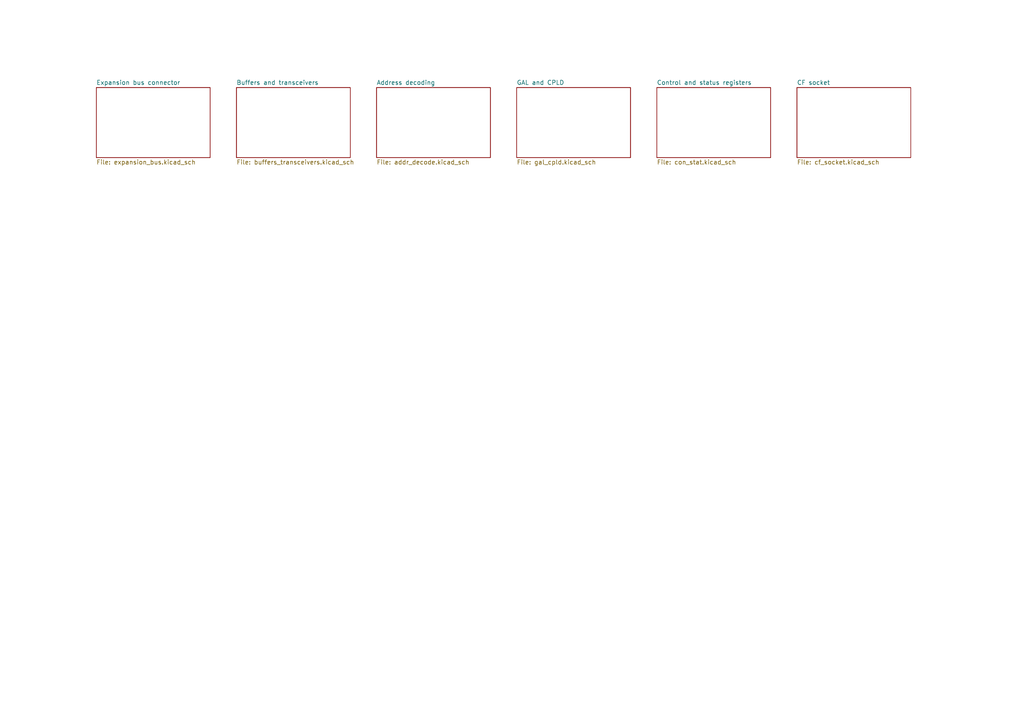
<source format=kicad_sch>
(kicad_sch (version 20211123) (generator eeschema)
  (paper "A4")
  (title_block (title "COMPACT FLASH INTERFACE V2") (date "2024-01-30") (rev "1") (company "(C) TOM STOREY") (comment 1 "FREE FOR NON-COMMERCIAL USE"))
  (lib_symbols)
  (sheet (at 190.5 25.4) (size 33.02 20.32) (stroke (width 0.1524))
    (property "Sheet name" "Control and status registers" (at 190.5 24.6884 0) (effects (justify left bottom)))
    (property "Sheet file" "con_stat.kicad_sch" (at 190.5 46.3046 0) (effects (justify left top)))
  )
  (sheet (at 149.86 25.4) (size 33.02 20.32) (stroke (width 0.1524))
    (property "Sheet name" "GAL and CPLD" (at 149.86 24.6884 0) (effects (justify left bottom)))
    (property "Sheet file" "gal_cpld.kicad_sch" (at 149.86 46.3046 0) (effects (justify left top)))
  )
  (sheet (at 109.22 25.4) (size 33.02 20.32) (stroke (width 0.1524))
    (property "Sheet name" "Address decoding" (at 109.22 24.6884 0) (effects (justify left bottom)))
    (property "Sheet file" "addr_decode.kicad_sch" (at 109.22 46.3046 0) (effects (justify left top)))
  )
  (sheet (at 27.94 25.4) (size 33.02 20.32) (stroke (width 0.1524))
    (property "Sheet name" "Expansion bus connector" (at 27.94 24.6884 0) (effects (justify left bottom)))
    (property "Sheet file" "expansion_bus.kicad_sch" (at 27.94 46.3046 0) (effects (justify left top)))
  )
  (sheet (at 68.58 25.4) (size 33.02 20.32) (stroke (width 0.1524))
    (property "Sheet name" "Buffers and transceivers" (at 68.58 24.6884 0) (effects (justify left bottom)))
    (property "Sheet file" "buffers_transceivers.kicad_sch" (at 68.58 46.3046 0) (effects (justify left top)))
  )
  (sheet (at 231.14 25.4) (size 33.02 20.32) (stroke (width 0.1524))
    (property "Sheet name" "CF socket" (at 231.14 24.6884 0) (effects (justify left bottom)))
    (property "Sheet file" "cf_socket.kicad_sch" (at 231.14 46.3046 0) (effects (justify left top)))
  )
)
</source>
